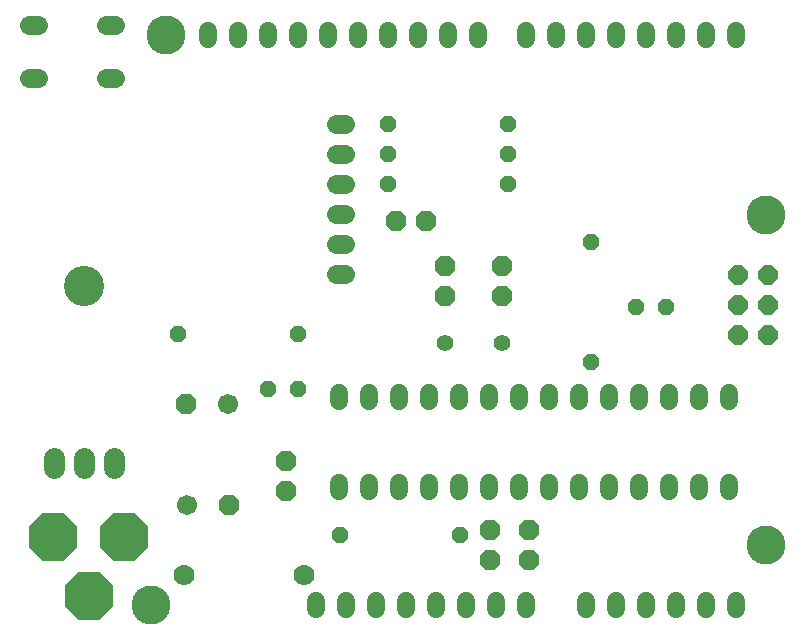
<source format=gbs>
G75*
%MOIN*%
%OFA0B0*%
%FSLAX25Y25*%
%IPPOS*%
%LPD*%
%AMOC8*
5,1,8,0,0,1.08239X$1,22.5*
%
%ADD10C,0.12998*%
%ADD11C,0.06000*%
%ADD12OC8,0.06502*%
%ADD13OC8,0.16148*%
%ADD14C,0.08077*%
%ADD15C,0.07000*%
%ADD16C,0.07000*%
%ADD17C,0.13400*%
%ADD18OC8,0.05600*%
%ADD19C,0.06400*%
%ADD20C,0.05600*%
%ADD21OC8,0.06700*%
%ADD22C,0.06700*%
%ADD23C,0.06337*%
D10*
X0136798Y0015500D03*
X0341798Y0035500D03*
X0341798Y0145500D03*
X0141798Y0205500D03*
D11*
X0155798Y0206900D02*
X0155798Y0204100D01*
X0165798Y0204100D02*
X0165798Y0206900D01*
X0175798Y0206900D02*
X0175798Y0204100D01*
X0185798Y0204100D02*
X0185798Y0206900D01*
X0195798Y0206900D02*
X0195798Y0204100D01*
X0205798Y0204100D02*
X0205798Y0206900D01*
X0215798Y0206900D02*
X0215798Y0204100D01*
X0225798Y0204100D02*
X0225798Y0206900D01*
X0235798Y0206900D02*
X0235798Y0204100D01*
X0245798Y0204100D02*
X0245798Y0206900D01*
X0261798Y0206900D02*
X0261798Y0204100D01*
X0271798Y0204100D02*
X0271798Y0206900D01*
X0281798Y0206900D02*
X0281798Y0204100D01*
X0291798Y0204100D02*
X0291798Y0206900D01*
X0301798Y0206900D02*
X0301798Y0204100D01*
X0311798Y0204100D02*
X0311798Y0206900D01*
X0321798Y0206900D02*
X0321798Y0204100D01*
X0331798Y0204100D02*
X0331798Y0206900D01*
X0329298Y0086400D02*
X0329298Y0083600D01*
X0319298Y0083600D02*
X0319298Y0086400D01*
X0309298Y0086400D02*
X0309298Y0083600D01*
X0299298Y0083600D02*
X0299298Y0086400D01*
X0289298Y0086400D02*
X0289298Y0083600D01*
X0279298Y0083600D02*
X0279298Y0086400D01*
X0269298Y0086400D02*
X0269298Y0083600D01*
X0259298Y0083600D02*
X0259298Y0086400D01*
X0249298Y0086400D02*
X0249298Y0083600D01*
X0239298Y0083600D02*
X0239298Y0086400D01*
X0229298Y0086400D02*
X0229298Y0083600D01*
X0219298Y0083600D02*
X0219298Y0086400D01*
X0209298Y0086400D02*
X0209298Y0083600D01*
X0199298Y0083600D02*
X0199298Y0086400D01*
X0199298Y0056400D02*
X0199298Y0053600D01*
X0209298Y0053600D02*
X0209298Y0056400D01*
X0219298Y0056400D02*
X0219298Y0053600D01*
X0229298Y0053600D02*
X0229298Y0056400D01*
X0239298Y0056400D02*
X0239298Y0053600D01*
X0249298Y0053600D02*
X0249298Y0056400D01*
X0259298Y0056400D02*
X0259298Y0053600D01*
X0269298Y0053600D02*
X0269298Y0056400D01*
X0279298Y0056400D02*
X0279298Y0053600D01*
X0289298Y0053600D02*
X0289298Y0056400D01*
X0299298Y0056400D02*
X0299298Y0053600D01*
X0309298Y0053600D02*
X0309298Y0056400D01*
X0319298Y0056400D02*
X0319298Y0053600D01*
X0329298Y0053600D02*
X0329298Y0056400D01*
X0331798Y0016900D02*
X0331798Y0014100D01*
X0321798Y0014100D02*
X0321798Y0016900D01*
X0311798Y0016900D02*
X0311798Y0014100D01*
X0301798Y0014100D02*
X0301798Y0016900D01*
X0291798Y0016900D02*
X0291798Y0014100D01*
X0281798Y0014100D02*
X0281798Y0016900D01*
X0261798Y0016900D02*
X0261798Y0014100D01*
X0251798Y0014100D02*
X0251798Y0016900D01*
X0241798Y0016900D02*
X0241798Y0014100D01*
X0231798Y0014100D02*
X0231798Y0016900D01*
X0221798Y0016900D02*
X0221798Y0014100D01*
X0211798Y0014100D02*
X0211798Y0016900D01*
X0201798Y0016900D02*
X0201798Y0014100D01*
X0191798Y0014100D02*
X0191798Y0016900D01*
D12*
X0332298Y0105500D03*
X0342298Y0105500D03*
X0342298Y0115500D03*
X0332298Y0115500D03*
X0332298Y0125500D03*
X0342298Y0125500D03*
D13*
X0127798Y0038200D03*
X0104198Y0038200D03*
X0115998Y0018500D03*
D14*
X0104198Y0035200D03*
X0104198Y0041200D03*
X0127798Y0041200D03*
X0127798Y0035200D03*
X0118998Y0018500D03*
X0112998Y0018500D03*
D15*
X0147798Y0025500D03*
X0187798Y0025500D03*
D16*
X0124298Y0061350D02*
X0124298Y0064650D01*
X0114298Y0064650D02*
X0114298Y0061350D01*
X0104298Y0061350D02*
X0104298Y0064650D01*
D17*
X0114298Y0122000D03*
D18*
X0145798Y0106000D03*
X0175798Y0087500D03*
X0185798Y0087500D03*
X0185798Y0106000D03*
X0215798Y0156000D03*
X0215798Y0166000D03*
X0215798Y0176000D03*
X0255798Y0176000D03*
X0255798Y0166000D03*
X0255798Y0156000D03*
X0283298Y0136500D03*
X0298298Y0115000D03*
X0308298Y0115000D03*
X0283298Y0096500D03*
X0239798Y0039000D03*
X0199798Y0039000D03*
D19*
X0124598Y0191100D02*
X0121598Y0191100D01*
X0098998Y0191100D02*
X0095998Y0191100D01*
X0095998Y0208900D02*
X0098998Y0208900D01*
X0121598Y0208900D02*
X0124598Y0208900D01*
D20*
X0234798Y0103000D03*
X0253798Y0103000D03*
D21*
X0253798Y0118500D03*
X0253798Y0128500D03*
X0234798Y0128500D03*
X0234798Y0118500D03*
X0228298Y0143500D03*
X0218298Y0143500D03*
X0148298Y0082500D03*
X0181798Y0063500D03*
X0181798Y0053500D03*
X0162798Y0049000D03*
X0249798Y0040500D03*
X0262798Y0040500D03*
X0262798Y0030500D03*
X0249798Y0030500D03*
D22*
X0148798Y0049000D03*
X0162298Y0082500D03*
D23*
X0198314Y0126000D02*
X0201282Y0126000D01*
X0201282Y0136000D02*
X0198314Y0136000D01*
X0198314Y0146000D02*
X0201282Y0146000D01*
X0201282Y0156000D02*
X0198314Y0156000D01*
X0198314Y0166000D02*
X0201282Y0166000D01*
X0201282Y0176000D02*
X0198314Y0176000D01*
M02*

</source>
